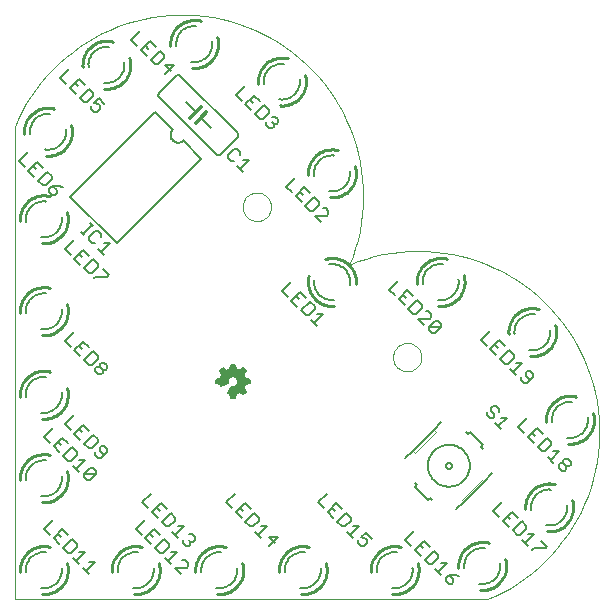
<source format=gto>
G75*
G70*
%OFA0B0*%
%FSLAX24Y24*%
%IPPOS*%
%LPD*%
%AMOC8*
5,1,8,0,0,1.08239X$1,22.5*
%
%ADD10C,0.0000*%
%ADD11C,0.0060*%
%ADD12C,0.0100*%
%ADD13C,0.0080*%
%ADD14C,0.0020*%
%ADD15C,0.0120*%
D10*
X009756Y010038D02*
X009756Y025786D01*
X009873Y026053D01*
X010003Y026314D01*
X010146Y026569D01*
X010300Y026816D01*
X010467Y027055D01*
X010645Y027287D01*
X010833Y027509D01*
X011033Y027722D01*
X011242Y027925D01*
X011461Y028117D01*
X011689Y028299D01*
X011925Y028470D01*
X012170Y028629D01*
X012422Y028776D01*
X012680Y028911D01*
X012945Y029033D01*
X013216Y029142D01*
X013491Y029238D01*
X013771Y029320D01*
X014054Y029389D01*
X014340Y029444D01*
X014629Y029485D01*
X014919Y029513D01*
X015211Y029526D01*
X015502Y029525D01*
X015794Y029510D01*
X016084Y029481D01*
X016372Y029438D01*
X016658Y029381D01*
X016941Y029310D01*
X017220Y029226D01*
X017495Y029128D01*
X017765Y029017D01*
X018029Y028893D01*
X018286Y028757D01*
X018537Y028608D01*
X018781Y028448D01*
X019016Y028276D01*
X019243Y028092D01*
X019461Y027898D01*
X019669Y027694D01*
X019866Y027480D01*
X020054Y027256D01*
X020230Y027024D01*
X020395Y026783D01*
X020548Y026535D01*
X020689Y026280D01*
X020817Y026018D01*
X020933Y025750D01*
X021035Y025477D01*
X021125Y025200D01*
X021200Y024918D01*
X021262Y024633D01*
X021310Y024345D01*
X021345Y024056D01*
X021365Y023765D01*
X021371Y023473D01*
X021363Y023182D01*
X021341Y022891D01*
X021305Y022602D01*
X021255Y022314D01*
X021191Y022030D01*
X021113Y021749D01*
X021022Y021472D01*
X020918Y021199D01*
X022368Y018112D02*
X022370Y018155D01*
X022376Y018197D01*
X022386Y018239D01*
X022399Y018280D01*
X022416Y018320D01*
X022437Y018357D01*
X022461Y018393D01*
X022488Y018426D01*
X022518Y018457D01*
X022551Y018485D01*
X022586Y018510D01*
X022623Y018531D01*
X022662Y018549D01*
X022702Y018563D01*
X022744Y018574D01*
X022786Y018581D01*
X022829Y018584D01*
X022872Y018583D01*
X022915Y018578D01*
X022957Y018569D01*
X022998Y018557D01*
X023038Y018541D01*
X023076Y018521D01*
X023112Y018498D01*
X023146Y018471D01*
X023178Y018442D01*
X023206Y018410D01*
X023232Y018375D01*
X023254Y018339D01*
X023273Y018300D01*
X023288Y018260D01*
X023300Y018219D01*
X023308Y018176D01*
X023312Y018133D01*
X023312Y018091D01*
X023308Y018048D01*
X023300Y018005D01*
X023288Y017964D01*
X023273Y017924D01*
X023254Y017885D01*
X023232Y017849D01*
X023206Y017814D01*
X023178Y017782D01*
X023146Y017753D01*
X023112Y017726D01*
X023076Y017703D01*
X023038Y017683D01*
X022998Y017667D01*
X022957Y017655D01*
X022915Y017646D01*
X022872Y017641D01*
X022829Y017640D01*
X022786Y017643D01*
X022744Y017650D01*
X022702Y017661D01*
X022662Y017675D01*
X022623Y017693D01*
X022586Y017714D01*
X022551Y017739D01*
X022518Y017767D01*
X022488Y017798D01*
X022461Y017831D01*
X022437Y017867D01*
X022416Y017904D01*
X022399Y017944D01*
X022386Y017985D01*
X022376Y018027D01*
X022370Y018069D01*
X022368Y018112D01*
X020918Y021200D02*
X021190Y021304D01*
X021467Y021395D01*
X021748Y021473D01*
X022033Y021537D01*
X022320Y021587D01*
X022609Y021623D01*
X022900Y021645D01*
X023191Y021653D01*
X023483Y021647D01*
X023774Y021627D01*
X024063Y021592D01*
X024351Y021544D01*
X024636Y021482D01*
X024918Y021407D01*
X025195Y021317D01*
X025468Y021215D01*
X025736Y021099D01*
X025998Y020971D01*
X026253Y020830D01*
X026501Y020677D01*
X026742Y020512D01*
X026974Y020336D01*
X027198Y020148D01*
X027412Y019951D01*
X027616Y019743D01*
X027810Y019525D01*
X027994Y019298D01*
X028166Y019063D01*
X028326Y018819D01*
X028475Y018568D01*
X028611Y018311D01*
X028735Y018047D01*
X028846Y017777D01*
X028944Y017502D01*
X029028Y017223D01*
X029099Y016940D01*
X029156Y016654D01*
X029199Y016366D01*
X029228Y016076D01*
X029243Y015784D01*
X029244Y015493D01*
X029231Y015201D01*
X029203Y014911D01*
X029162Y014622D01*
X029107Y014336D01*
X029038Y014053D01*
X028956Y013773D01*
X028860Y013498D01*
X028751Y013227D01*
X028629Y012962D01*
X028494Y012704D01*
X028347Y012452D01*
X028188Y012207D01*
X028017Y011971D01*
X027835Y011743D01*
X027643Y011524D01*
X027440Y011315D01*
X027227Y011115D01*
X027005Y010927D01*
X026773Y010749D01*
X026534Y010582D01*
X026287Y010428D01*
X026032Y010285D01*
X025771Y010155D01*
X025504Y010038D01*
X009756Y010038D01*
X017357Y023123D02*
X017359Y023166D01*
X017365Y023208D01*
X017375Y023250D01*
X017388Y023291D01*
X017405Y023331D01*
X017426Y023368D01*
X017450Y023404D01*
X017477Y023437D01*
X017507Y023468D01*
X017540Y023496D01*
X017575Y023521D01*
X017612Y023542D01*
X017651Y023560D01*
X017691Y023574D01*
X017733Y023585D01*
X017775Y023592D01*
X017818Y023595D01*
X017861Y023594D01*
X017904Y023589D01*
X017946Y023580D01*
X017987Y023568D01*
X018027Y023552D01*
X018065Y023532D01*
X018101Y023509D01*
X018135Y023482D01*
X018167Y023453D01*
X018195Y023421D01*
X018221Y023386D01*
X018243Y023350D01*
X018262Y023311D01*
X018277Y023271D01*
X018289Y023230D01*
X018297Y023187D01*
X018301Y023144D01*
X018301Y023102D01*
X018297Y023059D01*
X018289Y023016D01*
X018277Y022975D01*
X018262Y022935D01*
X018243Y022896D01*
X018221Y022860D01*
X018195Y022825D01*
X018167Y022793D01*
X018135Y022764D01*
X018101Y022737D01*
X018065Y022714D01*
X018027Y022694D01*
X017987Y022678D01*
X017946Y022666D01*
X017904Y022657D01*
X017861Y022652D01*
X017818Y022651D01*
X017775Y022654D01*
X017733Y022661D01*
X017691Y022672D01*
X017651Y022686D01*
X017612Y022704D01*
X017575Y022725D01*
X017540Y022750D01*
X017507Y022778D01*
X017477Y022809D01*
X017450Y022842D01*
X017426Y022878D01*
X017405Y022915D01*
X017388Y022955D01*
X017375Y022996D01*
X017365Y023038D01*
X017359Y023080D01*
X017357Y023123D01*
D11*
X016623Y024877D02*
X017189Y025442D01*
X017200Y025456D01*
X017209Y025471D01*
X017215Y025487D01*
X017218Y025504D01*
X017218Y025522D01*
X017215Y025539D01*
X017209Y025555D01*
X017200Y025570D01*
X017189Y025584D01*
X015280Y027493D01*
X015266Y027504D01*
X015251Y027513D01*
X015235Y027519D01*
X015218Y027522D01*
X015200Y027522D01*
X015183Y027519D01*
X015167Y027513D01*
X015152Y027504D01*
X015138Y027493D01*
X014573Y026927D01*
X014572Y026928D02*
X014561Y026914D01*
X014552Y026899D01*
X014546Y026883D01*
X014543Y026866D01*
X014543Y026848D01*
X014546Y026831D01*
X014552Y026815D01*
X014561Y026800D01*
X014572Y026786D01*
X014573Y026786D02*
X016482Y024877D01*
X016481Y024876D02*
X016495Y024865D01*
X016510Y024856D01*
X016526Y024850D01*
X016543Y024847D01*
X016561Y024847D01*
X016578Y024850D01*
X016594Y024856D01*
X016609Y024865D01*
X016623Y024876D01*
X015985Y024733D02*
X015384Y025334D01*
X015360Y025313D01*
X015334Y025296D01*
X015306Y025282D01*
X015277Y025271D01*
X015246Y025264D01*
X015215Y025261D01*
X015183Y025262D01*
X015152Y025267D01*
X015122Y025276D01*
X015093Y025288D01*
X015066Y025304D01*
X015042Y025323D01*
X015019Y025346D01*
X015000Y025370D01*
X014984Y025397D01*
X014972Y025426D01*
X014963Y025456D01*
X014958Y025487D01*
X014957Y025519D01*
X014960Y025550D01*
X014967Y025581D01*
X014978Y025610D01*
X014992Y025638D01*
X015009Y025664D01*
X015030Y025688D01*
X014429Y026289D01*
X011601Y023461D01*
X013156Y021905D01*
X015985Y024733D01*
X016305Y025761D02*
X015966Y026100D01*
X015789Y026277D02*
X015456Y026609D01*
X015147Y028477D02*
X015143Y028522D01*
X015142Y028567D01*
X015145Y028613D01*
X015152Y028658D01*
X015161Y028702D01*
X015174Y028746D01*
X015191Y028788D01*
X015210Y028829D01*
X015233Y028869D01*
X015259Y028906D01*
X015287Y028942D01*
X015318Y028975D01*
X015317Y028975D02*
X015350Y029006D01*
X015386Y029034D01*
X015423Y029060D01*
X015463Y029083D01*
X015504Y029102D01*
X015546Y029119D01*
X015590Y029132D01*
X015634Y029141D01*
X015679Y029148D01*
X015725Y029151D01*
X015770Y029150D01*
X015815Y029146D01*
X016166Y028127D02*
X016131Y028094D01*
X016094Y028065D01*
X016054Y028039D01*
X016013Y028016D01*
X015970Y027996D01*
X015925Y027980D01*
X015879Y027967D01*
X015833Y027958D01*
X015785Y027953D01*
X015738Y027951D01*
X015690Y027953D01*
X015643Y027959D01*
X016166Y028127D02*
X016198Y028161D01*
X016227Y028197D01*
X016252Y028236D01*
X016275Y028276D01*
X016295Y028318D01*
X016311Y028361D01*
X016324Y028406D01*
X016334Y028451D01*
X016340Y028497D01*
X016342Y028543D01*
X016341Y028590D01*
X016336Y028636D01*
X018241Y027723D02*
X018274Y027754D01*
X018310Y027782D01*
X018347Y027808D01*
X018387Y027831D01*
X018428Y027850D01*
X018470Y027867D01*
X018514Y027880D01*
X018558Y027889D01*
X018603Y027896D01*
X018649Y027899D01*
X018694Y027898D01*
X018739Y027894D01*
X019089Y026875D02*
X019054Y026842D01*
X019017Y026813D01*
X018977Y026787D01*
X018936Y026764D01*
X018893Y026744D01*
X018848Y026728D01*
X018802Y026715D01*
X018756Y026706D01*
X018708Y026701D01*
X018661Y026699D01*
X018613Y026701D01*
X018566Y026707D01*
X018070Y027224D02*
X018066Y027269D01*
X018065Y027314D01*
X018068Y027360D01*
X018075Y027405D01*
X018084Y027449D01*
X018097Y027493D01*
X018114Y027535D01*
X018133Y027576D01*
X018156Y027616D01*
X018182Y027653D01*
X018210Y027689D01*
X018241Y027722D01*
X019259Y027383D02*
X019264Y027337D01*
X019265Y027290D01*
X019263Y027244D01*
X019257Y027198D01*
X019247Y027153D01*
X019234Y027108D01*
X019218Y027065D01*
X019198Y027023D01*
X019175Y026983D01*
X019150Y026944D01*
X019121Y026908D01*
X019089Y026874D01*
X019911Y024660D02*
X019944Y024691D01*
X019980Y024719D01*
X020017Y024745D01*
X020057Y024768D01*
X020098Y024787D01*
X020140Y024804D01*
X020184Y024817D01*
X020228Y024826D01*
X020273Y024833D01*
X020319Y024836D01*
X020364Y024835D01*
X020409Y024831D01*
X020759Y023812D02*
X020724Y023779D01*
X020687Y023750D01*
X020647Y023724D01*
X020606Y023701D01*
X020563Y023681D01*
X020518Y023665D01*
X020472Y023652D01*
X020426Y023643D01*
X020378Y023638D01*
X020331Y023636D01*
X020283Y023638D01*
X020236Y023644D01*
X019740Y024162D02*
X019736Y024207D01*
X019735Y024252D01*
X019738Y024298D01*
X019745Y024343D01*
X019754Y024387D01*
X019767Y024431D01*
X019784Y024473D01*
X019803Y024514D01*
X019826Y024554D01*
X019852Y024591D01*
X019880Y024627D01*
X019911Y024660D01*
X020929Y024321D02*
X020934Y024275D01*
X020935Y024228D01*
X020933Y024182D01*
X020927Y024136D01*
X020917Y024091D01*
X020904Y024046D01*
X020888Y024003D01*
X020868Y023961D01*
X020845Y023921D01*
X020820Y023882D01*
X020791Y023846D01*
X020759Y023812D01*
X019740Y020691D02*
X019736Y020646D01*
X019735Y020601D01*
X019738Y020555D01*
X019745Y020510D01*
X019754Y020466D01*
X019767Y020422D01*
X019784Y020380D01*
X019803Y020339D01*
X019826Y020299D01*
X019852Y020262D01*
X019880Y020226D01*
X019911Y020193D01*
X019944Y020162D01*
X019980Y020134D01*
X020017Y020108D01*
X020057Y020085D01*
X020098Y020066D01*
X020140Y020049D01*
X020184Y020036D01*
X020228Y020027D01*
X020273Y020020D01*
X020319Y020017D01*
X020364Y020018D01*
X020409Y020022D01*
X020759Y021041D02*
X020725Y021073D01*
X020689Y021102D01*
X020650Y021127D01*
X020610Y021150D01*
X020568Y021170D01*
X020525Y021186D01*
X020480Y021199D01*
X020435Y021209D01*
X020389Y021215D01*
X020343Y021217D01*
X020296Y021216D01*
X020250Y021211D01*
X020759Y021041D02*
X020792Y021006D01*
X020821Y020969D01*
X020847Y020929D01*
X020870Y020888D01*
X020890Y020845D01*
X020906Y020800D01*
X020919Y020754D01*
X020928Y020708D01*
X020933Y020660D01*
X020935Y020613D01*
X020933Y020565D01*
X020927Y020518D01*
X023530Y021041D02*
X023563Y021072D01*
X023599Y021100D01*
X023636Y021126D01*
X023676Y021149D01*
X023717Y021168D01*
X023759Y021185D01*
X023803Y021198D01*
X023847Y021207D01*
X023892Y021214D01*
X023938Y021217D01*
X023983Y021216D01*
X024028Y021212D01*
X024378Y020193D02*
X024343Y020160D01*
X024306Y020131D01*
X024266Y020105D01*
X024225Y020082D01*
X024182Y020062D01*
X024137Y020046D01*
X024091Y020033D01*
X024045Y020024D01*
X023997Y020019D01*
X023950Y020017D01*
X023902Y020019D01*
X023855Y020025D01*
X023359Y020543D02*
X023355Y020588D01*
X023354Y020633D01*
X023357Y020679D01*
X023364Y020724D01*
X023373Y020768D01*
X023386Y020812D01*
X023403Y020854D01*
X023422Y020895D01*
X023445Y020935D01*
X023471Y020972D01*
X023499Y021008D01*
X023530Y021041D01*
X024548Y020702D02*
X024553Y020656D01*
X024554Y020609D01*
X024552Y020563D01*
X024546Y020517D01*
X024536Y020472D01*
X024523Y020427D01*
X024507Y020384D01*
X024487Y020342D01*
X024464Y020302D01*
X024439Y020263D01*
X024410Y020227D01*
X024378Y020193D01*
X026592Y019371D02*
X026625Y019402D01*
X026661Y019430D01*
X026698Y019456D01*
X026738Y019479D01*
X026779Y019498D01*
X026821Y019515D01*
X026865Y019528D01*
X026909Y019537D01*
X026954Y019544D01*
X027000Y019547D01*
X027045Y019546D01*
X027090Y019542D01*
X027440Y018523D02*
X027405Y018490D01*
X027368Y018461D01*
X027328Y018435D01*
X027287Y018412D01*
X027244Y018392D01*
X027199Y018376D01*
X027153Y018363D01*
X027107Y018354D01*
X027059Y018349D01*
X027012Y018347D01*
X026964Y018349D01*
X026917Y018355D01*
X026421Y018873D02*
X026417Y018918D01*
X026416Y018963D01*
X026419Y019009D01*
X026426Y019054D01*
X026435Y019098D01*
X026448Y019142D01*
X026465Y019184D01*
X026484Y019225D01*
X026507Y019265D01*
X026533Y019302D01*
X026561Y019338D01*
X026592Y019371D01*
X027610Y019032D02*
X027615Y018986D01*
X027616Y018939D01*
X027614Y018893D01*
X027608Y018847D01*
X027598Y018802D01*
X027585Y018757D01*
X027569Y018714D01*
X027549Y018672D01*
X027526Y018632D01*
X027501Y018593D01*
X027472Y018557D01*
X027440Y018523D01*
X028343Y016619D02*
X028298Y016623D01*
X028253Y016624D01*
X028207Y016621D01*
X028162Y016614D01*
X028118Y016605D01*
X028074Y016592D01*
X028032Y016575D01*
X027991Y016556D01*
X027951Y016533D01*
X027914Y016507D01*
X027878Y016479D01*
X027845Y016448D01*
X027814Y016415D01*
X027786Y016379D01*
X027760Y016342D01*
X027737Y016302D01*
X027718Y016261D01*
X027701Y016219D01*
X027688Y016175D01*
X027679Y016131D01*
X027672Y016086D01*
X027669Y016040D01*
X027670Y015995D01*
X027674Y015950D01*
X028693Y015600D02*
X028725Y015634D01*
X028754Y015670D01*
X028779Y015709D01*
X028802Y015749D01*
X028822Y015791D01*
X028838Y015834D01*
X028851Y015879D01*
X028861Y015924D01*
X028867Y015970D01*
X028869Y016016D01*
X028868Y016063D01*
X028863Y016109D01*
X028693Y015600D02*
X028658Y015567D01*
X028621Y015538D01*
X028581Y015512D01*
X028540Y015489D01*
X028497Y015469D01*
X028452Y015453D01*
X028406Y015440D01*
X028360Y015431D01*
X028312Y015426D01*
X028265Y015424D01*
X028217Y015426D01*
X028170Y015432D01*
X027647Y013696D02*
X027602Y013700D01*
X027557Y013701D01*
X027511Y013698D01*
X027466Y013691D01*
X027422Y013682D01*
X027378Y013669D01*
X027336Y013652D01*
X027295Y013633D01*
X027255Y013610D01*
X027218Y013584D01*
X027182Y013556D01*
X027149Y013525D01*
X027474Y012509D02*
X027521Y012503D01*
X027569Y012501D01*
X027616Y012503D01*
X027664Y012508D01*
X027710Y012517D01*
X027756Y012530D01*
X027801Y012546D01*
X027844Y012566D01*
X027885Y012589D01*
X027925Y012615D01*
X027962Y012644D01*
X027997Y012677D01*
X026978Y013027D02*
X026974Y013072D01*
X026973Y013117D01*
X026976Y013163D01*
X026983Y013208D01*
X026992Y013252D01*
X027005Y013296D01*
X027022Y013338D01*
X027041Y013379D01*
X027064Y013419D01*
X027090Y013456D01*
X027118Y013492D01*
X027149Y013525D01*
X028167Y013186D02*
X028172Y013140D01*
X028173Y013093D01*
X028171Y013047D01*
X028165Y013001D01*
X028155Y012956D01*
X028142Y012911D01*
X028126Y012868D01*
X028106Y012826D01*
X028083Y012786D01*
X028058Y012747D01*
X028029Y012711D01*
X027997Y012677D01*
X025682Y014245D02*
X025399Y013962D01*
X024727Y013291D01*
X024480Y013043D01*
X023667Y013361D02*
X023596Y013432D01*
X023525Y013361D01*
X023101Y013786D01*
X023172Y013856D01*
X023101Y013927D01*
X022783Y014740D02*
X023030Y014988D01*
X023737Y015695D01*
X023985Y015942D01*
X024798Y015624D02*
X024869Y015553D01*
X024939Y015624D01*
X025364Y015200D01*
X025293Y015129D01*
X025364Y015058D01*
X024132Y014493D02*
X024134Y014513D01*
X024140Y014531D01*
X024149Y014549D01*
X024161Y014564D01*
X024176Y014576D01*
X024194Y014585D01*
X024212Y014591D01*
X024232Y014593D01*
X024252Y014591D01*
X024270Y014585D01*
X024288Y014576D01*
X024303Y014564D01*
X024315Y014549D01*
X024324Y014531D01*
X024330Y014513D01*
X024332Y014493D01*
X024330Y014473D01*
X024324Y014455D01*
X024315Y014437D01*
X024303Y014422D01*
X024288Y014410D01*
X024270Y014401D01*
X024252Y014395D01*
X024232Y014393D01*
X024212Y014395D01*
X024194Y014401D01*
X024176Y014410D01*
X024161Y014422D01*
X024149Y014437D01*
X024140Y014455D01*
X024134Y014473D01*
X024132Y014493D01*
X023532Y014493D02*
X023534Y014545D01*
X023540Y014597D01*
X023550Y014649D01*
X023563Y014699D01*
X023580Y014749D01*
X023601Y014797D01*
X023626Y014843D01*
X023654Y014887D01*
X023685Y014929D01*
X023719Y014969D01*
X023756Y015006D01*
X023796Y015040D01*
X023838Y015071D01*
X023882Y015099D01*
X023928Y015124D01*
X023976Y015145D01*
X024026Y015162D01*
X024076Y015175D01*
X024128Y015185D01*
X024180Y015191D01*
X024232Y015193D01*
X024284Y015191D01*
X024336Y015185D01*
X024388Y015175D01*
X024438Y015162D01*
X024488Y015145D01*
X024536Y015124D01*
X024582Y015099D01*
X024626Y015071D01*
X024668Y015040D01*
X024708Y015006D01*
X024745Y014969D01*
X024779Y014929D01*
X024810Y014887D01*
X024838Y014843D01*
X024863Y014797D01*
X024884Y014749D01*
X024901Y014699D01*
X024914Y014649D01*
X024924Y014597D01*
X024930Y014545D01*
X024932Y014493D01*
X024930Y014441D01*
X024924Y014389D01*
X024914Y014337D01*
X024901Y014287D01*
X024884Y014237D01*
X024863Y014189D01*
X024838Y014143D01*
X024810Y014099D01*
X024779Y014057D01*
X024745Y014017D01*
X024708Y013980D01*
X024668Y013946D01*
X024626Y013915D01*
X024582Y013887D01*
X024536Y013862D01*
X024488Y013841D01*
X024438Y013824D01*
X024388Y013811D01*
X024336Y013801D01*
X024284Y013795D01*
X024232Y013793D01*
X024180Y013795D01*
X024128Y013801D01*
X024076Y013811D01*
X024026Y013824D01*
X023976Y013841D01*
X023928Y013862D01*
X023882Y013887D01*
X023838Y013915D01*
X023796Y013946D01*
X023756Y013980D01*
X023719Y014017D01*
X023685Y014057D01*
X023654Y014099D01*
X023626Y014143D01*
X023601Y014189D01*
X023580Y014237D01*
X023563Y014287D01*
X023550Y014337D01*
X023540Y014389D01*
X023534Y014441D01*
X023532Y014493D01*
X024922Y011576D02*
X024955Y011607D01*
X024991Y011635D01*
X025028Y011661D01*
X025068Y011684D01*
X025109Y011703D01*
X025151Y011720D01*
X025195Y011733D01*
X025239Y011742D01*
X025284Y011749D01*
X025330Y011752D01*
X025375Y011751D01*
X025420Y011747D01*
X025770Y010728D02*
X025735Y010695D01*
X025698Y010666D01*
X025658Y010640D01*
X025617Y010617D01*
X025574Y010597D01*
X025529Y010581D01*
X025483Y010568D01*
X025437Y010559D01*
X025389Y010554D01*
X025342Y010552D01*
X025294Y010554D01*
X025247Y010560D01*
X024751Y011078D02*
X024747Y011123D01*
X024746Y011168D01*
X024749Y011214D01*
X024756Y011259D01*
X024765Y011303D01*
X024778Y011347D01*
X024795Y011389D01*
X024814Y011430D01*
X024837Y011470D01*
X024863Y011507D01*
X024891Y011543D01*
X024922Y011576D01*
X025940Y011237D02*
X025945Y011191D01*
X025946Y011144D01*
X025944Y011098D01*
X025938Y011052D01*
X025928Y011007D01*
X025915Y010962D01*
X025899Y010919D01*
X025879Y010877D01*
X025856Y010837D01*
X025831Y010798D01*
X025802Y010762D01*
X025770Y010728D01*
X021999Y011437D02*
X021968Y011404D01*
X021940Y011368D01*
X021914Y011331D01*
X021891Y011291D01*
X021872Y011250D01*
X021855Y011208D01*
X021842Y011164D01*
X021833Y011120D01*
X021826Y011075D01*
X021823Y011029D01*
X021824Y010984D01*
X021828Y010939D01*
X021999Y011437D02*
X022032Y011468D01*
X022068Y011496D01*
X022105Y011522D01*
X022145Y011545D01*
X022186Y011564D01*
X022228Y011581D01*
X022272Y011594D01*
X022316Y011603D01*
X022361Y011610D01*
X022407Y011613D01*
X022452Y011612D01*
X022497Y011608D01*
X022847Y010589D02*
X022812Y010556D01*
X022775Y010527D01*
X022735Y010501D01*
X022694Y010478D01*
X022651Y010458D01*
X022606Y010442D01*
X022560Y010429D01*
X022514Y010420D01*
X022466Y010415D01*
X022419Y010413D01*
X022371Y010415D01*
X022324Y010421D01*
X022847Y010589D02*
X022879Y010623D01*
X022908Y010659D01*
X022933Y010698D01*
X022956Y010738D01*
X022976Y010780D01*
X022992Y010823D01*
X023005Y010868D01*
X023015Y010913D01*
X023021Y010959D01*
X023023Y011005D01*
X023022Y011052D01*
X023017Y011098D01*
X018937Y011437D02*
X018906Y011404D01*
X018878Y011368D01*
X018852Y011331D01*
X018829Y011291D01*
X018810Y011250D01*
X018793Y011208D01*
X018780Y011164D01*
X018771Y011120D01*
X018764Y011075D01*
X018761Y011029D01*
X018762Y010984D01*
X018766Y010939D01*
X018937Y011437D02*
X018970Y011468D01*
X019006Y011496D01*
X019043Y011522D01*
X019083Y011545D01*
X019124Y011564D01*
X019166Y011581D01*
X019210Y011594D01*
X019254Y011603D01*
X019299Y011610D01*
X019345Y011613D01*
X019390Y011612D01*
X019435Y011608D01*
X019785Y010589D02*
X019750Y010556D01*
X019713Y010527D01*
X019673Y010501D01*
X019632Y010478D01*
X019589Y010458D01*
X019544Y010442D01*
X019498Y010429D01*
X019452Y010420D01*
X019404Y010415D01*
X019357Y010413D01*
X019309Y010415D01*
X019262Y010421D01*
X019785Y010589D02*
X019817Y010623D01*
X019846Y010659D01*
X019871Y010698D01*
X019894Y010738D01*
X019914Y010780D01*
X019930Y010823D01*
X019943Y010868D01*
X019953Y010913D01*
X019959Y010959D01*
X019961Y011005D01*
X019960Y011052D01*
X019955Y011098D01*
X016153Y011437D02*
X016122Y011404D01*
X016094Y011368D01*
X016068Y011331D01*
X016045Y011291D01*
X016026Y011250D01*
X016009Y011208D01*
X015996Y011164D01*
X015987Y011120D01*
X015980Y011075D01*
X015977Y011029D01*
X015978Y010984D01*
X015982Y010939D01*
X016153Y011437D02*
X016186Y011468D01*
X016222Y011496D01*
X016259Y011522D01*
X016299Y011545D01*
X016340Y011564D01*
X016382Y011581D01*
X016426Y011594D01*
X016470Y011603D01*
X016515Y011610D01*
X016561Y011613D01*
X016606Y011612D01*
X016651Y011608D01*
X017001Y010589D02*
X016966Y010556D01*
X016929Y010527D01*
X016889Y010501D01*
X016848Y010478D01*
X016805Y010458D01*
X016760Y010442D01*
X016714Y010429D01*
X016668Y010420D01*
X016620Y010415D01*
X016573Y010413D01*
X016525Y010415D01*
X016478Y010421D01*
X017001Y010589D02*
X017033Y010623D01*
X017062Y010659D01*
X017087Y010698D01*
X017110Y010738D01*
X017130Y010780D01*
X017146Y010823D01*
X017159Y010868D01*
X017169Y010913D01*
X017175Y010959D01*
X017177Y011005D01*
X017176Y011052D01*
X017171Y011098D01*
X013369Y011437D02*
X013338Y011404D01*
X013310Y011368D01*
X013284Y011331D01*
X013261Y011291D01*
X013242Y011250D01*
X013225Y011208D01*
X013212Y011164D01*
X013203Y011120D01*
X013196Y011075D01*
X013193Y011029D01*
X013194Y010984D01*
X013198Y010939D01*
X013369Y011437D02*
X013402Y011468D01*
X013438Y011496D01*
X013475Y011522D01*
X013515Y011545D01*
X013556Y011564D01*
X013598Y011581D01*
X013642Y011594D01*
X013686Y011603D01*
X013731Y011610D01*
X013777Y011613D01*
X013822Y011612D01*
X013867Y011608D01*
X014217Y010589D02*
X014182Y010556D01*
X014145Y010527D01*
X014105Y010501D01*
X014064Y010478D01*
X014021Y010458D01*
X013976Y010442D01*
X013930Y010429D01*
X013884Y010420D01*
X013836Y010415D01*
X013789Y010413D01*
X013741Y010415D01*
X013694Y010421D01*
X014217Y010589D02*
X014249Y010623D01*
X014278Y010659D01*
X014303Y010698D01*
X014326Y010738D01*
X014346Y010780D01*
X014362Y010823D01*
X014375Y010868D01*
X014385Y010913D01*
X014391Y010959D01*
X014393Y011005D01*
X014392Y011052D01*
X014387Y011098D01*
X010307Y011437D02*
X010276Y011404D01*
X010248Y011368D01*
X010222Y011331D01*
X010199Y011291D01*
X010180Y011250D01*
X010163Y011208D01*
X010150Y011164D01*
X010141Y011120D01*
X010134Y011075D01*
X010131Y011029D01*
X010132Y010984D01*
X010136Y010939D01*
X010307Y011437D02*
X010340Y011468D01*
X010376Y011496D01*
X010413Y011522D01*
X010453Y011545D01*
X010494Y011564D01*
X010536Y011581D01*
X010580Y011594D01*
X010624Y011603D01*
X010669Y011610D01*
X010715Y011613D01*
X010760Y011612D01*
X010805Y011608D01*
X011155Y010589D02*
X011120Y010556D01*
X011083Y010527D01*
X011043Y010501D01*
X011002Y010478D01*
X010959Y010458D01*
X010914Y010442D01*
X010868Y010429D01*
X010822Y010420D01*
X010774Y010415D01*
X010727Y010413D01*
X010679Y010415D01*
X010632Y010421D01*
X011155Y010589D02*
X011187Y010623D01*
X011216Y010659D01*
X011241Y010698D01*
X011264Y010738D01*
X011284Y010780D01*
X011300Y010823D01*
X011313Y010868D01*
X011323Y010913D01*
X011329Y010959D01*
X011331Y011005D01*
X011330Y011052D01*
X011325Y011098D01*
X010136Y014001D02*
X010132Y014046D01*
X010131Y014091D01*
X010134Y014137D01*
X010141Y014182D01*
X010150Y014226D01*
X010163Y014270D01*
X010180Y014312D01*
X010199Y014353D01*
X010222Y014393D01*
X010248Y014430D01*
X010276Y014466D01*
X010307Y014499D01*
X010340Y014530D01*
X010376Y014558D01*
X010413Y014584D01*
X010453Y014607D01*
X010494Y014626D01*
X010536Y014643D01*
X010580Y014656D01*
X010624Y014665D01*
X010669Y014672D01*
X010715Y014675D01*
X010760Y014674D01*
X010805Y014670D01*
X011155Y013651D02*
X011120Y013618D01*
X011083Y013589D01*
X011043Y013563D01*
X011002Y013540D01*
X010959Y013520D01*
X010914Y013504D01*
X010868Y013491D01*
X010822Y013482D01*
X010774Y013477D01*
X010727Y013475D01*
X010679Y013477D01*
X010632Y013483D01*
X011155Y013651D02*
X011187Y013685D01*
X011216Y013721D01*
X011241Y013760D01*
X011264Y013800D01*
X011284Y013842D01*
X011300Y013885D01*
X011313Y013930D01*
X011323Y013975D01*
X011329Y014021D01*
X011331Y014067D01*
X011330Y014114D01*
X011325Y014160D01*
X010136Y016785D02*
X010132Y016830D01*
X010131Y016875D01*
X010134Y016921D01*
X010141Y016966D01*
X010150Y017010D01*
X010163Y017054D01*
X010180Y017096D01*
X010199Y017137D01*
X010222Y017177D01*
X010248Y017214D01*
X010276Y017250D01*
X010307Y017283D01*
X010340Y017314D01*
X010376Y017342D01*
X010413Y017368D01*
X010453Y017391D01*
X010494Y017410D01*
X010536Y017427D01*
X010580Y017440D01*
X010624Y017449D01*
X010669Y017456D01*
X010715Y017459D01*
X010760Y017458D01*
X010805Y017454D01*
X011155Y016435D02*
X011120Y016402D01*
X011083Y016373D01*
X011043Y016347D01*
X011002Y016324D01*
X010959Y016304D01*
X010914Y016288D01*
X010868Y016275D01*
X010822Y016266D01*
X010774Y016261D01*
X010727Y016259D01*
X010679Y016261D01*
X010632Y016267D01*
X011155Y016435D02*
X011187Y016469D01*
X011216Y016505D01*
X011241Y016544D01*
X011264Y016584D01*
X011284Y016626D01*
X011300Y016669D01*
X011313Y016714D01*
X011323Y016759D01*
X011329Y016805D01*
X011331Y016851D01*
X011330Y016898D01*
X011325Y016944D01*
X010136Y019569D02*
X010132Y019614D01*
X010131Y019659D01*
X010134Y019705D01*
X010141Y019750D01*
X010150Y019794D01*
X010163Y019838D01*
X010180Y019880D01*
X010199Y019921D01*
X010222Y019961D01*
X010248Y019998D01*
X010276Y020034D01*
X010307Y020067D01*
X010340Y020098D01*
X010376Y020126D01*
X010413Y020152D01*
X010453Y020175D01*
X010494Y020194D01*
X010536Y020211D01*
X010580Y020224D01*
X010624Y020233D01*
X010669Y020240D01*
X010715Y020243D01*
X010760Y020242D01*
X010805Y020238D01*
X011155Y019219D02*
X011120Y019186D01*
X011083Y019157D01*
X011043Y019131D01*
X011002Y019108D01*
X010959Y019088D01*
X010914Y019072D01*
X010868Y019059D01*
X010822Y019050D01*
X010774Y019045D01*
X010727Y019043D01*
X010679Y019045D01*
X010632Y019051D01*
X011155Y019219D02*
X011187Y019253D01*
X011216Y019289D01*
X011241Y019328D01*
X011264Y019368D01*
X011284Y019410D01*
X011300Y019453D01*
X011313Y019498D01*
X011323Y019543D01*
X011329Y019589D01*
X011331Y019635D01*
X011330Y019682D01*
X011325Y019728D01*
X010136Y022631D02*
X010132Y022676D01*
X010131Y022721D01*
X010134Y022767D01*
X010141Y022812D01*
X010150Y022856D01*
X010163Y022900D01*
X010180Y022942D01*
X010199Y022983D01*
X010222Y023023D01*
X010248Y023060D01*
X010276Y023096D01*
X010307Y023129D01*
X010340Y023160D01*
X010376Y023188D01*
X010413Y023214D01*
X010453Y023237D01*
X010494Y023256D01*
X010536Y023273D01*
X010580Y023286D01*
X010624Y023295D01*
X010669Y023302D01*
X010715Y023305D01*
X010760Y023304D01*
X010805Y023300D01*
X011155Y022281D02*
X011120Y022248D01*
X011083Y022219D01*
X011043Y022193D01*
X011002Y022170D01*
X010959Y022150D01*
X010914Y022134D01*
X010868Y022121D01*
X010822Y022112D01*
X010774Y022107D01*
X010727Y022105D01*
X010679Y022107D01*
X010632Y022113D01*
X011155Y022281D02*
X011187Y022315D01*
X011216Y022351D01*
X011241Y022390D01*
X011264Y022430D01*
X011284Y022472D01*
X011300Y022515D01*
X011313Y022560D01*
X011323Y022605D01*
X011329Y022651D01*
X011331Y022697D01*
X011330Y022744D01*
X011325Y022790D01*
X010275Y025554D02*
X010271Y025599D01*
X010270Y025644D01*
X010273Y025690D01*
X010280Y025735D01*
X010289Y025779D01*
X010302Y025823D01*
X010319Y025865D01*
X010338Y025906D01*
X010361Y025946D01*
X010387Y025983D01*
X010415Y026019D01*
X010446Y026052D01*
X010479Y026083D01*
X010515Y026111D01*
X010552Y026137D01*
X010592Y026160D01*
X010633Y026179D01*
X010675Y026196D01*
X010719Y026209D01*
X010763Y026218D01*
X010808Y026225D01*
X010854Y026228D01*
X010899Y026227D01*
X010944Y026223D01*
X011294Y025204D02*
X011259Y025171D01*
X011222Y025142D01*
X011182Y025116D01*
X011141Y025093D01*
X011098Y025073D01*
X011053Y025057D01*
X011007Y025044D01*
X010961Y025035D01*
X010913Y025030D01*
X010866Y025028D01*
X010818Y025030D01*
X010771Y025036D01*
X011294Y025204D02*
X011326Y025238D01*
X011355Y025274D01*
X011380Y025313D01*
X011403Y025353D01*
X011423Y025395D01*
X011439Y025438D01*
X011452Y025483D01*
X011462Y025528D01*
X011468Y025574D01*
X011470Y025620D01*
X011469Y025667D01*
X011464Y025713D01*
X012394Y028279D02*
X012427Y028310D01*
X012463Y028338D01*
X012500Y028364D01*
X012540Y028387D01*
X012581Y028406D01*
X012623Y028423D01*
X012667Y028436D01*
X012711Y028445D01*
X012756Y028452D01*
X012802Y028455D01*
X012847Y028454D01*
X012892Y028450D01*
X013242Y027431D02*
X013207Y027398D01*
X013170Y027369D01*
X013130Y027343D01*
X013089Y027320D01*
X013046Y027300D01*
X013001Y027284D01*
X012955Y027271D01*
X012909Y027262D01*
X012861Y027257D01*
X012814Y027255D01*
X012766Y027257D01*
X012719Y027263D01*
X012223Y027781D02*
X012219Y027826D01*
X012218Y027871D01*
X012221Y027917D01*
X012228Y027962D01*
X012237Y028006D01*
X012250Y028050D01*
X012267Y028092D01*
X012286Y028133D01*
X012309Y028173D01*
X012335Y028210D01*
X012363Y028246D01*
X012394Y028279D01*
X013412Y027940D02*
X013417Y027894D01*
X013418Y027847D01*
X013416Y027801D01*
X013410Y027755D01*
X013400Y027710D01*
X013387Y027665D01*
X013371Y027622D01*
X013351Y027580D01*
X013328Y027540D01*
X013303Y027501D01*
X013274Y027465D01*
X013242Y027431D01*
X016970Y017862D02*
X017097Y017862D01*
X017125Y017706D01*
X017245Y017657D01*
X017380Y017748D01*
X017472Y017657D01*
X017380Y017522D01*
X017429Y017402D01*
X017592Y017367D01*
X017592Y017239D01*
X017436Y017211D01*
X017387Y017091D01*
X017472Y016964D01*
X017380Y016872D01*
X017260Y016949D01*
X017125Y016900D01*
X017097Y016744D01*
X016970Y016744D01*
X016941Y016886D01*
X016878Y016907D01*
X016977Y017133D01*
X016998Y017070D02*
X017210Y017140D01*
X017245Y017317D01*
X017175Y017459D01*
X017033Y017529D01*
X016892Y017459D01*
X016821Y017317D01*
X016821Y017246D01*
X016644Y017211D01*
X016503Y017282D01*
X016503Y017352D01*
X016680Y017388D01*
X016715Y017565D01*
X016644Y017635D01*
X016715Y017706D01*
X016821Y017600D01*
X016963Y017671D01*
X016998Y017847D01*
X017069Y017847D01*
X017104Y017671D01*
X017281Y017635D01*
X017351Y017706D01*
X017422Y017635D01*
X017351Y017494D01*
X017422Y017352D01*
X017564Y017352D01*
X017564Y017282D01*
X017422Y017211D01*
X017351Y017070D01*
X017458Y016964D01*
X017351Y016928D01*
X017210Y016999D01*
X017104Y016893D01*
X017069Y016787D01*
X016998Y016787D01*
X016963Y016893D01*
X016927Y016928D01*
X016998Y017070D01*
X016995Y017064D02*
X017357Y017064D01*
X017378Y017122D02*
X017155Y017122D01*
X017218Y017181D02*
X017407Y017181D01*
X017479Y017239D02*
X017230Y017239D01*
X017241Y017298D02*
X017564Y017298D01*
X017420Y017356D02*
X017226Y017356D01*
X017197Y017415D02*
X017391Y017415D01*
X017362Y017473D02*
X017145Y017473D01*
X017212Y017649D02*
X016919Y017649D01*
X016941Y017706D02*
X016807Y017657D01*
X016687Y017748D01*
X016595Y017657D01*
X016680Y017529D01*
X016623Y017402D01*
X016475Y017367D01*
X016475Y017239D01*
X016616Y017211D01*
X016630Y017155D01*
X016864Y017246D01*
X016821Y017298D02*
X016503Y017298D01*
X016522Y017356D02*
X016841Y017356D01*
X016870Y017415D02*
X016685Y017415D01*
X016697Y017473D02*
X016922Y017473D01*
X016863Y017246D02*
X016857Y017271D01*
X016854Y017297D01*
X016855Y017323D01*
X016860Y017349D01*
X016868Y017373D01*
X016880Y017396D01*
X016895Y017417D01*
X016913Y017436D01*
X016933Y017452D01*
X016956Y017465D01*
X016980Y017474D01*
X017005Y017480D01*
X017031Y017482D01*
X017057Y017480D01*
X017082Y017475D01*
X017107Y017466D01*
X017129Y017454D01*
X017150Y017438D01*
X017168Y017420D01*
X017184Y017399D01*
X017196Y017377D01*
X017205Y017352D01*
X017210Y017327D01*
X017212Y017301D01*
X017210Y017275D01*
X017204Y017250D01*
X017195Y017226D01*
X017182Y017203D01*
X017166Y017183D01*
X017147Y017165D01*
X017126Y017150D01*
X017103Y017138D01*
X017079Y017130D01*
X017053Y017125D01*
X017027Y017124D01*
X017002Y017127D01*
X016976Y017133D01*
X016966Y017005D02*
X017416Y017005D01*
X017406Y016947D02*
X017315Y016947D01*
X017158Y016947D02*
X016936Y016947D01*
X016964Y016888D02*
X017102Y016888D01*
X017083Y016829D02*
X016984Y016829D01*
X016785Y017239D02*
X016588Y017239D01*
X016709Y017532D02*
X017370Y017532D01*
X017400Y017591D02*
X016689Y017591D01*
X016658Y017649D02*
X016772Y017649D01*
X016941Y017706D02*
X016970Y017862D01*
X016993Y017825D02*
X017073Y017825D01*
X017085Y017766D02*
X016982Y017766D01*
X016970Y017708D02*
X017097Y017708D01*
X017294Y017649D02*
X017408Y017649D01*
D12*
X019769Y020051D02*
X019731Y020092D01*
X019696Y020136D01*
X019664Y020182D01*
X019635Y020230D01*
X019609Y020280D01*
X019588Y020332D01*
X019569Y020385D01*
X019555Y020439D01*
X019545Y020494D01*
X019538Y020550D01*
X019535Y020606D01*
X019536Y020662D01*
X019541Y020718D01*
X019550Y020773D01*
X019563Y020827D01*
X019769Y020051D02*
X019808Y020015D01*
X019850Y019981D01*
X019893Y019950D01*
X019939Y019922D01*
X019986Y019897D01*
X020035Y019875D01*
X020085Y019857D01*
X020136Y019842D01*
X020189Y019831D01*
X020241Y019822D01*
X020295Y019818D01*
X020348Y019817D01*
X020401Y019820D01*
X020901Y021183D02*
X020861Y021220D01*
X020819Y021254D01*
X020775Y021285D01*
X020729Y021313D01*
X020681Y021338D01*
X020632Y021360D01*
X020581Y021378D01*
X020529Y021393D01*
X020476Y021404D01*
X020423Y021412D01*
X020369Y021416D01*
X020315Y021417D01*
X020261Y021414D01*
X020207Y021407D01*
X020154Y021396D01*
X020102Y021382D01*
X020901Y021183D02*
X020937Y021143D01*
X020972Y021102D01*
X021003Y021058D01*
X021031Y021012D01*
X021056Y020964D01*
X021078Y020915D01*
X021096Y020864D01*
X021111Y020812D01*
X021122Y020759D01*
X021130Y020706D01*
X021134Y020652D01*
X021135Y020598D01*
X021132Y020545D01*
X024520Y020051D02*
X024557Y020091D01*
X024591Y020133D01*
X024622Y020177D01*
X024650Y020223D01*
X024675Y020271D01*
X024697Y020320D01*
X024715Y020371D01*
X024730Y020423D01*
X024741Y020476D01*
X024749Y020529D01*
X024753Y020583D01*
X024754Y020637D01*
X024751Y020691D01*
X024744Y020745D01*
X024733Y020798D01*
X024719Y020850D01*
X024164Y021389D02*
X024110Y021402D01*
X024055Y021411D01*
X023999Y021416D01*
X023943Y021417D01*
X023887Y021414D01*
X023831Y021407D01*
X023776Y021397D01*
X023722Y021383D01*
X023669Y021364D01*
X023617Y021343D01*
X023567Y021317D01*
X023519Y021288D01*
X023473Y021256D01*
X023429Y021221D01*
X023388Y021183D01*
X023882Y019820D02*
X023935Y019817D01*
X023989Y019818D01*
X024043Y019822D01*
X024096Y019830D01*
X024149Y019841D01*
X024201Y019856D01*
X024252Y019874D01*
X024301Y019896D01*
X024349Y019921D01*
X024395Y019949D01*
X024439Y019980D01*
X024480Y020014D01*
X024520Y020051D01*
X023157Y020551D02*
X023154Y020604D01*
X023155Y020657D01*
X023159Y020711D01*
X023168Y020763D01*
X023179Y020816D01*
X023194Y020867D01*
X023212Y020917D01*
X023234Y020966D01*
X023259Y021013D01*
X023287Y021059D01*
X023318Y021102D01*
X023352Y021144D01*
X023388Y021183D01*
X019538Y024170D02*
X019535Y024223D01*
X019536Y024276D01*
X019540Y024330D01*
X019549Y024382D01*
X019560Y024435D01*
X019575Y024486D01*
X019593Y024536D01*
X019615Y024585D01*
X019640Y024632D01*
X019668Y024678D01*
X019699Y024721D01*
X019733Y024763D01*
X019769Y024802D01*
X019810Y024840D01*
X019854Y024875D01*
X019900Y024907D01*
X019948Y024936D01*
X019998Y024962D01*
X020050Y024983D01*
X020103Y025002D01*
X020157Y025016D01*
X020212Y025026D01*
X020268Y025033D01*
X020324Y025036D01*
X020380Y025035D01*
X020436Y025030D01*
X020491Y025021D01*
X020545Y025008D01*
X020901Y023670D02*
X020861Y023633D01*
X020820Y023599D01*
X020776Y023568D01*
X020730Y023540D01*
X020682Y023515D01*
X020633Y023493D01*
X020582Y023475D01*
X020530Y023460D01*
X020477Y023449D01*
X020424Y023441D01*
X020370Y023437D01*
X020316Y023436D01*
X020263Y023439D01*
X020901Y023670D02*
X020938Y023710D01*
X020972Y023752D01*
X021003Y023796D01*
X021031Y023842D01*
X021056Y023890D01*
X021078Y023939D01*
X021096Y023990D01*
X021111Y024042D01*
X021122Y024095D01*
X021130Y024148D01*
X021134Y024202D01*
X021135Y024256D01*
X021132Y024310D01*
X021125Y024364D01*
X021114Y024417D01*
X021100Y024469D01*
X018875Y028071D02*
X018821Y028084D01*
X018766Y028093D01*
X018710Y028098D01*
X018654Y028099D01*
X018598Y028096D01*
X018542Y028089D01*
X018487Y028079D01*
X018433Y028065D01*
X018380Y028046D01*
X018328Y028025D01*
X018278Y027999D01*
X018230Y027970D01*
X018184Y027938D01*
X018140Y027903D01*
X018099Y027865D01*
X019430Y027531D02*
X019444Y027479D01*
X019455Y027426D01*
X019462Y027372D01*
X019465Y027318D01*
X019464Y027264D01*
X019460Y027210D01*
X019452Y027157D01*
X019441Y027104D01*
X019426Y027052D01*
X019408Y027001D01*
X019386Y026952D01*
X019361Y026904D01*
X019333Y026858D01*
X019302Y026814D01*
X019268Y026772D01*
X019231Y026732D01*
X017868Y027232D02*
X017865Y027285D01*
X017866Y027338D01*
X017870Y027392D01*
X017879Y027444D01*
X017890Y027497D01*
X017905Y027548D01*
X017923Y027598D01*
X017945Y027647D01*
X017970Y027694D01*
X017998Y027740D01*
X018029Y027783D01*
X018063Y027825D01*
X018099Y027864D01*
X018593Y026502D02*
X018646Y026499D01*
X018700Y026500D01*
X018754Y026504D01*
X018807Y026512D01*
X018860Y026523D01*
X018912Y026538D01*
X018963Y026556D01*
X019012Y026578D01*
X019060Y026603D01*
X019106Y026631D01*
X019150Y026662D01*
X019191Y026696D01*
X019231Y026733D01*
X015952Y029323D02*
X015898Y029336D01*
X015843Y029345D01*
X015787Y029350D01*
X015731Y029351D01*
X015675Y029348D01*
X015619Y029341D01*
X015564Y029331D01*
X015510Y029317D01*
X015457Y029298D01*
X015405Y029277D01*
X015355Y029251D01*
X015307Y029222D01*
X015261Y029190D01*
X015217Y029155D01*
X015176Y029117D01*
X016506Y028784D02*
X016520Y028732D01*
X016531Y028679D01*
X016538Y028625D01*
X016541Y028571D01*
X016540Y028517D01*
X016536Y028463D01*
X016528Y028410D01*
X016517Y028357D01*
X016502Y028305D01*
X016484Y028254D01*
X016462Y028205D01*
X016437Y028157D01*
X016409Y028111D01*
X016378Y028067D01*
X016344Y028025D01*
X016307Y027985D01*
X014945Y028485D02*
X014942Y028538D01*
X014943Y028591D01*
X014947Y028645D01*
X014956Y028697D01*
X014967Y028750D01*
X014982Y028801D01*
X015000Y028851D01*
X015022Y028900D01*
X015047Y028947D01*
X015075Y028993D01*
X015106Y029036D01*
X015140Y029078D01*
X015176Y029117D01*
X015670Y027754D02*
X015723Y027751D01*
X015777Y027752D01*
X015831Y027756D01*
X015884Y027764D01*
X015937Y027775D01*
X015989Y027790D01*
X016040Y027808D01*
X016089Y027830D01*
X016137Y027855D01*
X016183Y027883D01*
X016227Y027914D01*
X016268Y027948D01*
X016308Y027985D01*
X013028Y028627D02*
X012974Y028640D01*
X012919Y028649D01*
X012863Y028654D01*
X012807Y028655D01*
X012751Y028652D01*
X012695Y028645D01*
X012640Y028635D01*
X012586Y028621D01*
X012533Y028602D01*
X012481Y028581D01*
X012431Y028555D01*
X012383Y028526D01*
X012337Y028494D01*
X012293Y028459D01*
X012252Y028421D01*
X012216Y028382D01*
X012182Y028340D01*
X012151Y028297D01*
X012123Y028251D01*
X012098Y028204D01*
X012076Y028155D01*
X012058Y028105D01*
X012043Y028054D01*
X012032Y028001D01*
X012023Y027949D01*
X012019Y027895D01*
X012018Y027842D01*
X012021Y027789D01*
X013384Y027289D02*
X013421Y027329D01*
X013455Y027371D01*
X013486Y027415D01*
X013514Y027461D01*
X013539Y027509D01*
X013561Y027558D01*
X013579Y027609D01*
X013594Y027661D01*
X013605Y027714D01*
X013613Y027767D01*
X013617Y027821D01*
X013618Y027875D01*
X013615Y027929D01*
X013608Y027983D01*
X013597Y028036D01*
X013583Y028088D01*
X013384Y027289D02*
X013344Y027252D01*
X013303Y027218D01*
X013259Y027187D01*
X013213Y027159D01*
X013165Y027134D01*
X013116Y027112D01*
X013065Y027094D01*
X013013Y027079D01*
X012960Y027068D01*
X012907Y027060D01*
X012853Y027056D01*
X012799Y027055D01*
X012746Y027058D01*
X011080Y026400D02*
X011026Y026413D01*
X010971Y026422D01*
X010915Y026427D01*
X010859Y026428D01*
X010803Y026425D01*
X010747Y026418D01*
X010692Y026408D01*
X010638Y026394D01*
X010585Y026375D01*
X010533Y026354D01*
X010483Y026328D01*
X010435Y026299D01*
X010389Y026267D01*
X010345Y026232D01*
X010304Y026194D01*
X011635Y025861D02*
X011649Y025809D01*
X011660Y025756D01*
X011667Y025702D01*
X011670Y025648D01*
X011669Y025594D01*
X011665Y025540D01*
X011657Y025487D01*
X011646Y025434D01*
X011631Y025382D01*
X011613Y025331D01*
X011591Y025282D01*
X011566Y025234D01*
X011538Y025188D01*
X011507Y025144D01*
X011473Y025102D01*
X011436Y025062D01*
X010073Y025562D02*
X010070Y025615D01*
X010071Y025668D01*
X010075Y025722D01*
X010084Y025774D01*
X010095Y025827D01*
X010110Y025878D01*
X010128Y025928D01*
X010150Y025977D01*
X010175Y026024D01*
X010203Y026070D01*
X010234Y026113D01*
X010268Y026155D01*
X010304Y026194D01*
X010798Y024831D02*
X010851Y024828D01*
X010905Y024829D01*
X010959Y024833D01*
X011012Y024841D01*
X011065Y024852D01*
X011117Y024867D01*
X011168Y024885D01*
X011217Y024907D01*
X011265Y024932D01*
X011311Y024960D01*
X011355Y024991D01*
X011396Y025025D01*
X011436Y025062D01*
X010941Y023477D02*
X010887Y023490D01*
X010832Y023499D01*
X010776Y023504D01*
X010720Y023505D01*
X010664Y023502D01*
X010608Y023495D01*
X010553Y023485D01*
X010499Y023471D01*
X010446Y023452D01*
X010394Y023431D01*
X010344Y023405D01*
X010296Y023376D01*
X010250Y023344D01*
X010206Y023309D01*
X010165Y023271D01*
X011496Y022938D02*
X011510Y022886D01*
X011521Y022833D01*
X011528Y022779D01*
X011531Y022725D01*
X011530Y022671D01*
X011526Y022617D01*
X011518Y022564D01*
X011507Y022511D01*
X011492Y022459D01*
X011474Y022408D01*
X011452Y022359D01*
X011427Y022311D01*
X011399Y022265D01*
X011368Y022221D01*
X011334Y022179D01*
X011297Y022139D01*
X009934Y022639D02*
X009931Y022692D01*
X009932Y022745D01*
X009936Y022799D01*
X009945Y022851D01*
X009956Y022904D01*
X009971Y022955D01*
X009989Y023005D01*
X010011Y023054D01*
X010036Y023101D01*
X010064Y023147D01*
X010095Y023190D01*
X010129Y023232D01*
X010165Y023271D01*
X010659Y021908D02*
X010712Y021905D01*
X010766Y021906D01*
X010820Y021910D01*
X010873Y021918D01*
X010926Y021929D01*
X010978Y021944D01*
X011029Y021962D01*
X011078Y021984D01*
X011126Y022009D01*
X011172Y022037D01*
X011216Y022068D01*
X011257Y022102D01*
X011297Y022139D01*
X010941Y020415D02*
X010887Y020428D01*
X010832Y020437D01*
X010776Y020442D01*
X010720Y020443D01*
X010664Y020440D01*
X010608Y020433D01*
X010553Y020423D01*
X010499Y020409D01*
X010446Y020390D01*
X010394Y020369D01*
X010344Y020343D01*
X010296Y020314D01*
X010250Y020282D01*
X010206Y020247D01*
X010165Y020209D01*
X010129Y020170D01*
X010095Y020128D01*
X010064Y020085D01*
X010036Y020039D01*
X010011Y019992D01*
X009989Y019943D01*
X009971Y019893D01*
X009956Y019842D01*
X009945Y019789D01*
X009936Y019737D01*
X009932Y019683D01*
X009931Y019630D01*
X009934Y019577D01*
X011297Y019077D02*
X011334Y019117D01*
X011368Y019159D01*
X011399Y019203D01*
X011427Y019249D01*
X011452Y019297D01*
X011474Y019346D01*
X011492Y019397D01*
X011507Y019449D01*
X011518Y019502D01*
X011526Y019555D01*
X011530Y019609D01*
X011531Y019663D01*
X011528Y019717D01*
X011521Y019771D01*
X011510Y019824D01*
X011496Y019876D01*
X011297Y019077D02*
X011257Y019040D01*
X011216Y019006D01*
X011172Y018975D01*
X011126Y018947D01*
X011078Y018922D01*
X011029Y018900D01*
X010978Y018882D01*
X010926Y018867D01*
X010873Y018856D01*
X010820Y018848D01*
X010766Y018844D01*
X010712Y018843D01*
X010659Y018846D01*
X010941Y017631D02*
X010887Y017644D01*
X010832Y017653D01*
X010776Y017658D01*
X010720Y017659D01*
X010664Y017656D01*
X010608Y017649D01*
X010553Y017639D01*
X010499Y017625D01*
X010446Y017606D01*
X010394Y017585D01*
X010344Y017559D01*
X010296Y017530D01*
X010250Y017498D01*
X010206Y017463D01*
X010165Y017425D01*
X011496Y017092D02*
X011510Y017040D01*
X011521Y016987D01*
X011528Y016933D01*
X011531Y016879D01*
X011530Y016825D01*
X011526Y016771D01*
X011518Y016718D01*
X011507Y016665D01*
X011492Y016613D01*
X011474Y016562D01*
X011452Y016513D01*
X011427Y016465D01*
X011399Y016419D01*
X011368Y016375D01*
X011334Y016333D01*
X011297Y016293D01*
X009934Y016793D02*
X009931Y016846D01*
X009932Y016899D01*
X009936Y016953D01*
X009945Y017005D01*
X009956Y017058D01*
X009971Y017109D01*
X009989Y017159D01*
X010011Y017208D01*
X010036Y017255D01*
X010064Y017301D01*
X010095Y017344D01*
X010129Y017386D01*
X010165Y017425D01*
X010659Y016062D02*
X010712Y016059D01*
X010766Y016060D01*
X010820Y016064D01*
X010873Y016072D01*
X010926Y016083D01*
X010978Y016098D01*
X011029Y016116D01*
X011078Y016138D01*
X011126Y016163D01*
X011172Y016191D01*
X011216Y016222D01*
X011257Y016256D01*
X011297Y016293D01*
X010941Y014847D02*
X010887Y014860D01*
X010832Y014869D01*
X010776Y014874D01*
X010720Y014875D01*
X010664Y014872D01*
X010608Y014865D01*
X010553Y014855D01*
X010499Y014841D01*
X010446Y014822D01*
X010394Y014801D01*
X010344Y014775D01*
X010296Y014746D01*
X010250Y014714D01*
X010206Y014679D01*
X010165Y014641D01*
X010129Y014602D01*
X010095Y014560D01*
X010064Y014517D01*
X010036Y014471D01*
X010011Y014424D01*
X009989Y014375D01*
X009971Y014325D01*
X009956Y014274D01*
X009945Y014221D01*
X009936Y014169D01*
X009932Y014115D01*
X009931Y014062D01*
X009934Y014009D01*
X011297Y013509D02*
X011334Y013549D01*
X011368Y013591D01*
X011399Y013635D01*
X011427Y013681D01*
X011452Y013729D01*
X011474Y013778D01*
X011492Y013829D01*
X011507Y013881D01*
X011518Y013934D01*
X011526Y013987D01*
X011530Y014041D01*
X011531Y014095D01*
X011528Y014149D01*
X011521Y014203D01*
X011510Y014256D01*
X011496Y014308D01*
X011297Y013509D02*
X011257Y013472D01*
X011216Y013438D01*
X011172Y013407D01*
X011126Y013379D01*
X011078Y013354D01*
X011029Y013332D01*
X010978Y013314D01*
X010926Y013299D01*
X010873Y013288D01*
X010820Y013280D01*
X010766Y013276D01*
X010712Y013275D01*
X010659Y013278D01*
X010941Y011785D02*
X010887Y011798D01*
X010832Y011807D01*
X010776Y011812D01*
X010720Y011813D01*
X010664Y011810D01*
X010608Y011803D01*
X010553Y011793D01*
X010499Y011779D01*
X010446Y011760D01*
X010394Y011739D01*
X010344Y011713D01*
X010296Y011684D01*
X010250Y011652D01*
X010206Y011617D01*
X010165Y011579D01*
X011496Y011246D02*
X011510Y011194D01*
X011521Y011141D01*
X011528Y011087D01*
X011531Y011033D01*
X011530Y010979D01*
X011526Y010925D01*
X011518Y010872D01*
X011507Y010819D01*
X011492Y010767D01*
X011474Y010716D01*
X011452Y010667D01*
X011427Y010619D01*
X011399Y010573D01*
X011368Y010529D01*
X011334Y010487D01*
X011297Y010447D01*
X009934Y010947D02*
X009931Y011000D01*
X009932Y011053D01*
X009936Y011107D01*
X009945Y011159D01*
X009956Y011212D01*
X009971Y011263D01*
X009989Y011313D01*
X010011Y011362D01*
X010036Y011409D01*
X010064Y011455D01*
X010095Y011498D01*
X010129Y011540D01*
X010165Y011579D01*
X010659Y010216D02*
X010712Y010213D01*
X010766Y010214D01*
X010820Y010218D01*
X010873Y010226D01*
X010926Y010237D01*
X010978Y010252D01*
X011029Y010270D01*
X011078Y010292D01*
X011126Y010317D01*
X011172Y010345D01*
X011216Y010376D01*
X011257Y010410D01*
X011297Y010447D01*
X014359Y010447D02*
X014396Y010487D01*
X014430Y010529D01*
X014461Y010573D01*
X014489Y010619D01*
X014514Y010667D01*
X014536Y010716D01*
X014554Y010767D01*
X014569Y010819D01*
X014580Y010872D01*
X014588Y010925D01*
X014592Y010979D01*
X014593Y011033D01*
X014590Y011087D01*
X014583Y011141D01*
X014572Y011194D01*
X014558Y011246D01*
X014003Y011785D02*
X013949Y011798D01*
X013894Y011807D01*
X013838Y011812D01*
X013782Y011813D01*
X013726Y011810D01*
X013670Y011803D01*
X013615Y011793D01*
X013561Y011779D01*
X013508Y011760D01*
X013456Y011739D01*
X013406Y011713D01*
X013358Y011684D01*
X013312Y011652D01*
X013268Y011617D01*
X013227Y011579D01*
X013721Y010216D02*
X013774Y010213D01*
X013828Y010214D01*
X013882Y010218D01*
X013935Y010226D01*
X013988Y010237D01*
X014040Y010252D01*
X014091Y010270D01*
X014140Y010292D01*
X014188Y010317D01*
X014234Y010345D01*
X014278Y010376D01*
X014319Y010410D01*
X014359Y010447D01*
X012996Y010947D02*
X012993Y011000D01*
X012994Y011053D01*
X012998Y011107D01*
X013007Y011159D01*
X013018Y011212D01*
X013033Y011263D01*
X013051Y011313D01*
X013073Y011362D01*
X013098Y011409D01*
X013126Y011455D01*
X013157Y011498D01*
X013191Y011540D01*
X013227Y011579D01*
X017143Y010447D02*
X017180Y010487D01*
X017214Y010529D01*
X017245Y010573D01*
X017273Y010619D01*
X017298Y010667D01*
X017320Y010716D01*
X017338Y010767D01*
X017353Y010819D01*
X017364Y010872D01*
X017372Y010925D01*
X017376Y010979D01*
X017377Y011033D01*
X017374Y011087D01*
X017367Y011141D01*
X017356Y011194D01*
X017342Y011246D01*
X016787Y011785D02*
X016733Y011798D01*
X016678Y011807D01*
X016622Y011812D01*
X016566Y011813D01*
X016510Y011810D01*
X016454Y011803D01*
X016399Y011793D01*
X016345Y011779D01*
X016292Y011760D01*
X016240Y011739D01*
X016190Y011713D01*
X016142Y011684D01*
X016096Y011652D01*
X016052Y011617D01*
X016011Y011579D01*
X016505Y010216D02*
X016558Y010213D01*
X016612Y010214D01*
X016666Y010218D01*
X016719Y010226D01*
X016772Y010237D01*
X016824Y010252D01*
X016875Y010270D01*
X016924Y010292D01*
X016972Y010317D01*
X017018Y010345D01*
X017062Y010376D01*
X017103Y010410D01*
X017143Y010447D01*
X015780Y010947D02*
X015777Y011000D01*
X015778Y011053D01*
X015782Y011107D01*
X015791Y011159D01*
X015802Y011212D01*
X015817Y011263D01*
X015835Y011313D01*
X015857Y011362D01*
X015882Y011409D01*
X015910Y011455D01*
X015941Y011498D01*
X015975Y011540D01*
X016011Y011579D01*
X019927Y010447D02*
X019964Y010487D01*
X019998Y010529D01*
X020029Y010573D01*
X020057Y010619D01*
X020082Y010667D01*
X020104Y010716D01*
X020122Y010767D01*
X020137Y010819D01*
X020148Y010872D01*
X020156Y010925D01*
X020160Y010979D01*
X020161Y011033D01*
X020158Y011087D01*
X020151Y011141D01*
X020140Y011194D01*
X020126Y011246D01*
X019571Y011785D02*
X019517Y011798D01*
X019462Y011807D01*
X019406Y011812D01*
X019350Y011813D01*
X019294Y011810D01*
X019238Y011803D01*
X019183Y011793D01*
X019129Y011779D01*
X019076Y011760D01*
X019024Y011739D01*
X018974Y011713D01*
X018926Y011684D01*
X018880Y011652D01*
X018836Y011617D01*
X018795Y011579D01*
X019289Y010216D02*
X019342Y010213D01*
X019396Y010214D01*
X019450Y010218D01*
X019503Y010226D01*
X019556Y010237D01*
X019608Y010252D01*
X019659Y010270D01*
X019708Y010292D01*
X019756Y010317D01*
X019802Y010345D01*
X019846Y010376D01*
X019887Y010410D01*
X019927Y010447D01*
X018564Y010947D02*
X018561Y011000D01*
X018562Y011053D01*
X018566Y011107D01*
X018575Y011159D01*
X018586Y011212D01*
X018601Y011263D01*
X018619Y011313D01*
X018641Y011362D01*
X018666Y011409D01*
X018694Y011455D01*
X018725Y011498D01*
X018759Y011540D01*
X018795Y011579D01*
X022989Y010447D02*
X023026Y010487D01*
X023060Y010529D01*
X023091Y010573D01*
X023119Y010619D01*
X023144Y010667D01*
X023166Y010716D01*
X023184Y010767D01*
X023199Y010819D01*
X023210Y010872D01*
X023218Y010925D01*
X023222Y010979D01*
X023223Y011033D01*
X023220Y011087D01*
X023213Y011141D01*
X023202Y011194D01*
X023188Y011246D01*
X022633Y011785D02*
X022579Y011798D01*
X022524Y011807D01*
X022468Y011812D01*
X022412Y011813D01*
X022356Y011810D01*
X022300Y011803D01*
X022245Y011793D01*
X022191Y011779D01*
X022138Y011760D01*
X022086Y011739D01*
X022036Y011713D01*
X021988Y011684D01*
X021942Y011652D01*
X021898Y011617D01*
X021857Y011579D01*
X022351Y010216D02*
X022404Y010213D01*
X022458Y010214D01*
X022512Y010218D01*
X022565Y010226D01*
X022618Y010237D01*
X022670Y010252D01*
X022721Y010270D01*
X022770Y010292D01*
X022818Y010317D01*
X022864Y010345D01*
X022908Y010376D01*
X022949Y010410D01*
X022989Y010447D01*
X021626Y010947D02*
X021623Y011000D01*
X021624Y011053D01*
X021628Y011107D01*
X021637Y011159D01*
X021648Y011212D01*
X021663Y011263D01*
X021681Y011313D01*
X021703Y011362D01*
X021728Y011409D01*
X021756Y011455D01*
X021787Y011498D01*
X021821Y011540D01*
X021857Y011579D01*
X025912Y010586D02*
X025949Y010626D01*
X025983Y010668D01*
X026014Y010712D01*
X026042Y010758D01*
X026067Y010806D01*
X026089Y010855D01*
X026107Y010906D01*
X026122Y010958D01*
X026133Y011011D01*
X026141Y011064D01*
X026145Y011118D01*
X026146Y011172D01*
X026143Y011226D01*
X026136Y011280D01*
X026125Y011333D01*
X026111Y011385D01*
X025556Y011924D02*
X025502Y011937D01*
X025447Y011946D01*
X025391Y011951D01*
X025335Y011952D01*
X025279Y011949D01*
X025223Y011942D01*
X025168Y011932D01*
X025114Y011918D01*
X025061Y011899D01*
X025009Y011878D01*
X024959Y011852D01*
X024911Y011823D01*
X024865Y011791D01*
X024821Y011756D01*
X024780Y011718D01*
X025274Y010355D02*
X025327Y010352D01*
X025381Y010353D01*
X025435Y010357D01*
X025488Y010365D01*
X025541Y010376D01*
X025593Y010391D01*
X025644Y010409D01*
X025693Y010431D01*
X025741Y010456D01*
X025787Y010484D01*
X025831Y010515D01*
X025872Y010549D01*
X025912Y010586D01*
X024549Y011086D02*
X024546Y011139D01*
X024547Y011192D01*
X024551Y011246D01*
X024560Y011298D01*
X024571Y011351D01*
X024586Y011402D01*
X024604Y011452D01*
X024626Y011501D01*
X024651Y011548D01*
X024679Y011594D01*
X024710Y011637D01*
X024744Y011679D01*
X024780Y011718D01*
X028139Y012535D02*
X028176Y012575D01*
X028210Y012617D01*
X028241Y012661D01*
X028269Y012707D01*
X028294Y012755D01*
X028316Y012804D01*
X028334Y012855D01*
X028349Y012907D01*
X028360Y012960D01*
X028368Y013013D01*
X028372Y013067D01*
X028373Y013121D01*
X028370Y013175D01*
X028363Y013229D01*
X028352Y013282D01*
X028338Y013334D01*
X027783Y013873D02*
X027729Y013886D01*
X027674Y013895D01*
X027618Y013900D01*
X027562Y013901D01*
X027506Y013898D01*
X027450Y013891D01*
X027395Y013881D01*
X027341Y013867D01*
X027288Y013848D01*
X027236Y013827D01*
X027186Y013801D01*
X027138Y013772D01*
X027092Y013740D01*
X027048Y013705D01*
X027007Y013667D01*
X027501Y012304D02*
X027554Y012301D01*
X027608Y012302D01*
X027662Y012306D01*
X027715Y012314D01*
X027768Y012325D01*
X027820Y012340D01*
X027871Y012358D01*
X027920Y012380D01*
X027968Y012405D01*
X028014Y012433D01*
X028058Y012464D01*
X028099Y012498D01*
X028139Y012535D01*
X026776Y013035D02*
X026773Y013088D01*
X026774Y013141D01*
X026778Y013195D01*
X026787Y013247D01*
X026798Y013300D01*
X026813Y013351D01*
X026831Y013401D01*
X026853Y013450D01*
X026878Y013497D01*
X026906Y013543D01*
X026937Y013586D01*
X026971Y013628D01*
X027007Y013667D01*
X027472Y015958D02*
X027469Y016011D01*
X027470Y016064D01*
X027474Y016118D01*
X027483Y016170D01*
X027494Y016223D01*
X027509Y016274D01*
X027527Y016324D01*
X027549Y016373D01*
X027574Y016420D01*
X027602Y016466D01*
X027633Y016509D01*
X027667Y016551D01*
X027703Y016590D01*
X027744Y016628D01*
X027788Y016663D01*
X027834Y016695D01*
X027882Y016724D01*
X027932Y016750D01*
X027984Y016771D01*
X028037Y016790D01*
X028091Y016804D01*
X028146Y016814D01*
X028202Y016821D01*
X028258Y016824D01*
X028314Y016823D01*
X028370Y016818D01*
X028425Y016809D01*
X028479Y016796D01*
X028835Y015458D02*
X028795Y015421D01*
X028754Y015387D01*
X028710Y015356D01*
X028664Y015328D01*
X028616Y015303D01*
X028567Y015281D01*
X028516Y015263D01*
X028464Y015248D01*
X028411Y015237D01*
X028358Y015229D01*
X028304Y015225D01*
X028250Y015224D01*
X028197Y015227D01*
X028835Y015458D02*
X028872Y015498D01*
X028906Y015540D01*
X028937Y015584D01*
X028965Y015630D01*
X028990Y015678D01*
X029012Y015727D01*
X029030Y015778D01*
X029045Y015830D01*
X029056Y015883D01*
X029064Y015936D01*
X029068Y015990D01*
X029069Y016044D01*
X029066Y016098D01*
X029059Y016152D01*
X029048Y016205D01*
X029034Y016257D01*
X026219Y018881D02*
X026216Y018934D01*
X026217Y018987D01*
X026221Y019041D01*
X026230Y019093D01*
X026241Y019146D01*
X026256Y019197D01*
X026274Y019247D01*
X026296Y019296D01*
X026321Y019343D01*
X026349Y019389D01*
X026380Y019432D01*
X026414Y019474D01*
X026450Y019513D01*
X026491Y019551D01*
X026535Y019586D01*
X026581Y019618D01*
X026629Y019647D01*
X026679Y019673D01*
X026731Y019694D01*
X026784Y019713D01*
X026838Y019727D01*
X026893Y019737D01*
X026949Y019744D01*
X027005Y019747D01*
X027061Y019746D01*
X027117Y019741D01*
X027172Y019732D01*
X027226Y019719D01*
X027582Y018381D02*
X027542Y018344D01*
X027501Y018310D01*
X027457Y018279D01*
X027411Y018251D01*
X027363Y018226D01*
X027314Y018204D01*
X027263Y018186D01*
X027211Y018171D01*
X027158Y018160D01*
X027105Y018152D01*
X027051Y018148D01*
X026997Y018147D01*
X026944Y018150D01*
X027582Y018381D02*
X027619Y018421D01*
X027653Y018463D01*
X027684Y018507D01*
X027712Y018553D01*
X027737Y018601D01*
X027759Y018650D01*
X027777Y018701D01*
X027792Y018753D01*
X027803Y018806D01*
X027811Y018859D01*
X027815Y018913D01*
X027816Y018967D01*
X027813Y019021D01*
X027806Y019075D01*
X027795Y019128D01*
X027781Y019180D01*
D13*
X026663Y017918D02*
X026465Y017918D01*
X026387Y018095D02*
X026189Y017897D01*
X026090Y017897D01*
X025941Y018045D01*
X026239Y018343D01*
X026387Y018194D01*
X026387Y018095D01*
X026663Y017918D02*
X026366Y017621D01*
X026267Y017720D02*
X026465Y017522D01*
X026642Y017444D02*
X026642Y017345D01*
X026741Y017246D01*
X026840Y017246D01*
X027038Y017444D01*
X027038Y017543D01*
X026939Y017642D01*
X026840Y017642D01*
X026790Y017592D01*
X026790Y017493D01*
X026939Y017345D01*
X026840Y016071D02*
X026543Y015773D01*
X026741Y015575D01*
X026869Y015448D02*
X027067Y015250D01*
X027194Y015122D02*
X027343Y014974D01*
X027442Y014974D01*
X027640Y015172D01*
X027640Y015271D01*
X027491Y015420D01*
X027194Y015122D01*
X027116Y015497D02*
X027017Y015596D01*
X026869Y015448D02*
X027166Y015745D01*
X027364Y015547D01*
X027718Y014995D02*
X027916Y014995D01*
X027619Y014698D01*
X027520Y014797D02*
X027718Y014599D01*
X027895Y014521D02*
X027944Y014570D01*
X028043Y014570D01*
X028142Y014471D01*
X028142Y014372D01*
X028093Y014323D01*
X027994Y014323D01*
X027895Y014422D01*
X027895Y014521D01*
X028043Y014570D02*
X028043Y014669D01*
X028093Y014719D01*
X028192Y014719D01*
X028291Y014620D01*
X028291Y014521D01*
X028241Y014471D01*
X028142Y014471D01*
X026529Y012763D02*
X026331Y012961D01*
X026033Y012664D01*
X026232Y012466D01*
X026359Y012338D02*
X026507Y012190D01*
X026607Y012190D01*
X026805Y012388D01*
X026805Y012487D01*
X026656Y012636D01*
X026359Y012338D01*
X026281Y012714D02*
X026182Y012813D01*
X025906Y012791D02*
X025708Y012990D01*
X026005Y013287D01*
X026883Y012211D02*
X027081Y012211D01*
X026783Y011914D01*
X026684Y012013D02*
X026883Y011815D01*
X027010Y011687D02*
X027059Y011737D01*
X027456Y011737D01*
X027505Y011786D01*
X027307Y011985D01*
X024582Y010812D02*
X024434Y010862D01*
X024235Y010862D01*
X024384Y010713D01*
X024384Y010614D01*
X024335Y010564D01*
X024235Y010564D01*
X024136Y010663D01*
X024136Y010762D01*
X024235Y010862D01*
X023959Y010840D02*
X023761Y011039D01*
X023860Y010939D02*
X024158Y011237D01*
X023959Y011237D01*
X023882Y011414D02*
X023882Y011513D01*
X023733Y011661D01*
X023436Y011364D01*
X023584Y011215D01*
X023684Y011215D01*
X023882Y011414D01*
X023308Y011491D02*
X023110Y011690D01*
X023408Y011987D01*
X023606Y011789D01*
X023358Y011739D02*
X023259Y011838D01*
X022983Y011817D02*
X022785Y012015D01*
X023082Y012312D01*
X021659Y012065D02*
X021461Y012263D01*
X021312Y012114D01*
X021461Y012065D01*
X021511Y012015D01*
X021511Y011916D01*
X021411Y011817D01*
X021312Y011817D01*
X021213Y011916D01*
X021213Y012015D01*
X021036Y012093D02*
X020838Y012291D01*
X020937Y012192D02*
X021235Y012489D01*
X021036Y012489D01*
X020959Y012666D02*
X020959Y012765D01*
X020810Y012914D01*
X020513Y012617D01*
X020661Y012468D01*
X020760Y012468D01*
X020959Y012666D01*
X020683Y013041D02*
X020484Y013240D01*
X020187Y012942D01*
X020385Y012744D01*
X020435Y012992D02*
X020336Y013091D01*
X020060Y013070D02*
X019862Y013268D01*
X020159Y013565D01*
X018547Y012114D02*
X018250Y012114D01*
X018448Y011916D01*
X018250Y011817D02*
X018547Y012114D01*
X018172Y012489D02*
X017974Y012489D01*
X017896Y012666D02*
X017896Y012765D01*
X017748Y012914D01*
X017450Y012617D01*
X017599Y012468D01*
X017698Y012468D01*
X017896Y012666D01*
X018172Y012489D02*
X017875Y012192D01*
X017776Y012291D02*
X017974Y012093D01*
X017323Y012744D02*
X017125Y012942D01*
X017422Y013240D01*
X017620Y013041D01*
X017373Y012992D02*
X017274Y013091D01*
X016998Y013070D02*
X016799Y013268D01*
X017097Y013565D01*
X015664Y012213D02*
X015763Y012114D01*
X015763Y012015D01*
X015714Y011966D01*
X015615Y011966D01*
X015615Y011867D01*
X015565Y011817D01*
X015466Y011817D01*
X015367Y011916D01*
X015367Y012015D01*
X015190Y012093D02*
X014992Y012291D01*
X015091Y012192D02*
X015388Y012489D01*
X015190Y012489D01*
X015112Y012666D02*
X015112Y012765D01*
X014964Y012914D01*
X014667Y012617D01*
X014815Y012468D01*
X014914Y012468D01*
X015112Y012666D01*
X014836Y013041D02*
X014638Y013240D01*
X014341Y012942D01*
X014539Y012744D01*
X014589Y012992D02*
X014490Y013091D01*
X014214Y013070D02*
X014016Y013268D01*
X014313Y013565D01*
X014087Y012695D02*
X013790Y012398D01*
X013988Y012200D01*
X014115Y012072D02*
X014313Y011874D01*
X014441Y011747D02*
X014589Y011598D01*
X014689Y011598D01*
X014887Y011796D01*
X014887Y011896D01*
X014738Y012044D01*
X014441Y011747D01*
X014766Y011421D02*
X014964Y011223D01*
X014865Y011322D02*
X015163Y011620D01*
X014964Y011620D01*
X015340Y011344D02*
X015439Y011344D01*
X015538Y011244D01*
X015538Y011145D01*
X015488Y011096D01*
X015092Y011096D01*
X015290Y010898D01*
X015615Y011966D02*
X015565Y012015D01*
X015565Y012213D02*
X015664Y012213D01*
X014611Y012172D02*
X014413Y012370D01*
X014115Y012072D01*
X014264Y012221D02*
X014363Y012122D01*
X012426Y011294D02*
X012129Y010997D01*
X012030Y011096D02*
X012228Y010898D01*
X012228Y011294D02*
X012426Y011294D01*
X012100Y011620D02*
X011803Y011322D01*
X011704Y011421D02*
X011902Y011223D01*
X011902Y011620D02*
X012100Y011620D01*
X011824Y011796D02*
X011824Y011896D01*
X011676Y012044D01*
X011379Y011747D01*
X011527Y011598D01*
X011626Y011598D01*
X011824Y011796D01*
X011548Y012172D02*
X011350Y012370D01*
X011053Y012072D01*
X011251Y011874D01*
X011301Y012122D02*
X011202Y012221D01*
X010926Y012200D02*
X010728Y012398D01*
X011025Y012695D01*
X012178Y014009D02*
X012079Y014109D01*
X012079Y014208D01*
X012475Y014208D01*
X012277Y014009D01*
X012178Y014009D01*
X012079Y014208D02*
X012277Y014406D01*
X012376Y014406D01*
X012475Y014307D01*
X012475Y014208D01*
X012549Y014753D02*
X012648Y014753D01*
X012846Y014951D01*
X012846Y015050D01*
X012747Y015149D01*
X012648Y015149D01*
X012598Y015099D01*
X012598Y015000D01*
X012747Y014852D01*
X012549Y014753D02*
X012450Y014852D01*
X012450Y014951D01*
X012322Y015078D02*
X012520Y015276D01*
X012520Y015375D01*
X012372Y015524D01*
X012075Y015227D01*
X012223Y015078D01*
X012322Y015078D01*
X011947Y015354D02*
X011749Y015552D01*
X012046Y015850D01*
X012244Y015651D01*
X011997Y015602D02*
X011898Y015701D01*
X011622Y015680D02*
X011424Y015878D01*
X011721Y016175D01*
X011025Y015758D02*
X010728Y015460D01*
X010926Y015262D01*
X011053Y015135D02*
X011251Y014937D01*
X011379Y014809D02*
X011527Y014661D01*
X011626Y014661D01*
X011824Y014859D01*
X011824Y014958D01*
X011676Y015106D01*
X011379Y014809D01*
X011301Y015184D02*
X011202Y015283D01*
X011350Y015432D02*
X011053Y015135D01*
X011350Y015432D02*
X011548Y015234D01*
X011902Y014682D02*
X012100Y014682D01*
X011803Y014385D01*
X011704Y014484D02*
X011902Y014285D01*
X012549Y017536D02*
X012450Y017636D01*
X012450Y017735D01*
X012499Y017784D01*
X012598Y017784D01*
X012697Y017685D01*
X012697Y017586D01*
X012648Y017536D01*
X012549Y017536D01*
X012697Y017685D02*
X012796Y017685D01*
X012846Y017735D01*
X012846Y017834D01*
X012747Y017933D01*
X012648Y017933D01*
X012598Y017883D01*
X012598Y017784D01*
X012322Y017862D02*
X012520Y018060D01*
X012520Y018159D01*
X012372Y018308D01*
X012075Y018011D01*
X012223Y017862D01*
X012322Y017862D01*
X011947Y018138D02*
X011749Y018336D01*
X012046Y018633D01*
X012244Y018435D01*
X011997Y018386D02*
X011898Y018485D01*
X011622Y018464D02*
X011424Y018662D01*
X011721Y018959D01*
X012400Y020747D02*
X012450Y020797D01*
X012846Y020797D01*
X012895Y020846D01*
X012697Y021045D01*
X012520Y021122D02*
X012520Y021222D01*
X012372Y021370D01*
X012075Y021073D01*
X012223Y020924D01*
X012322Y020924D01*
X012520Y021122D01*
X012723Y021533D02*
X012524Y021731D01*
X012624Y021632D02*
X012921Y021929D01*
X012723Y021929D01*
X012645Y022106D02*
X012645Y022205D01*
X012546Y022304D01*
X012447Y022304D01*
X012248Y022106D01*
X012248Y022007D01*
X012348Y021908D01*
X012447Y021908D01*
X012046Y021696D02*
X012244Y021498D01*
X011997Y021448D02*
X011898Y021547D01*
X012046Y021696D02*
X011749Y021399D01*
X011947Y021200D01*
X011622Y021526D02*
X011424Y021724D01*
X011721Y022021D01*
X011982Y022273D02*
X012081Y022174D01*
X012031Y022224D02*
X012329Y022521D01*
X012279Y022570D02*
X012378Y022471D01*
X011166Y023571D02*
X011166Y023670D01*
X011017Y023819D01*
X010918Y023720D01*
X010918Y023621D01*
X011017Y023522D01*
X011117Y023522D01*
X011166Y023571D01*
X011216Y023819D02*
X011017Y023819D01*
X011216Y023819D02*
X011364Y023770D01*
X010989Y024046D02*
X010989Y024145D01*
X010841Y024293D01*
X010543Y023996D01*
X010692Y023847D01*
X010791Y023847D01*
X010989Y024046D01*
X010713Y024421D02*
X010515Y024619D01*
X010218Y024322D01*
X010416Y024123D01*
X010466Y024371D02*
X010366Y024470D01*
X010091Y024449D02*
X009892Y024647D01*
X010190Y024944D01*
X011930Y026767D02*
X012078Y026619D01*
X012178Y026619D01*
X012376Y026817D01*
X012376Y026916D01*
X012227Y027065D01*
X011930Y026767D01*
X011802Y026895D02*
X011604Y027093D01*
X011902Y027390D01*
X012100Y027192D01*
X011852Y027143D02*
X011753Y027242D01*
X011477Y027220D02*
X011279Y027419D01*
X011576Y027716D01*
X012553Y026739D02*
X012404Y026591D01*
X012553Y026541D01*
X012602Y026491D01*
X012602Y026392D01*
X012503Y026293D01*
X012404Y026293D01*
X012305Y026392D01*
X012305Y026491D01*
X012553Y026739D02*
X012751Y026541D01*
X014296Y028020D02*
X014445Y027872D01*
X014544Y027872D01*
X014742Y028070D01*
X014742Y028169D01*
X014593Y028317D01*
X014296Y028020D01*
X014169Y028148D02*
X013971Y028346D01*
X014268Y028643D01*
X014466Y028445D01*
X014218Y028395D02*
X014119Y028494D01*
X013843Y028473D02*
X013645Y028671D01*
X013942Y028969D01*
X014770Y027843D02*
X014968Y027645D01*
X014770Y027546D02*
X015068Y027843D01*
X014770Y027843D01*
X017125Y026862D02*
X017323Y026664D01*
X017451Y026536D02*
X017649Y026338D01*
X017776Y026211D02*
X017925Y026062D01*
X018024Y026062D01*
X018222Y026260D01*
X018222Y026359D01*
X018073Y026508D01*
X017776Y026211D01*
X017698Y026586D02*
X017599Y026685D01*
X017748Y026833D02*
X017451Y026536D01*
X017748Y026833D02*
X017946Y026635D01*
X017422Y027159D02*
X017125Y026862D01*
X018151Y025935D02*
X018151Y025836D01*
X018250Y025737D01*
X018349Y025736D01*
X018399Y025786D01*
X018399Y025885D01*
X018349Y025935D01*
X018399Y025885D02*
X018498Y025885D01*
X018547Y025935D01*
X018547Y026034D01*
X018448Y026133D01*
X018349Y026133D01*
X017181Y025063D02*
X017082Y025063D01*
X016884Y024865D01*
X016884Y024766D01*
X016983Y024667D01*
X017082Y024667D01*
X017160Y024490D02*
X017358Y024292D01*
X017259Y024391D02*
X017556Y024688D01*
X017358Y024688D01*
X017280Y024865D02*
X017280Y024964D01*
X017181Y025063D01*
X018795Y023800D02*
X018993Y023601D01*
X019121Y023474D02*
X019319Y023276D01*
X019446Y023148D02*
X019595Y023000D01*
X019694Y023000D01*
X019892Y023198D01*
X019892Y023297D01*
X019744Y023446D01*
X019446Y023148D01*
X019369Y023523D02*
X019269Y023623D01*
X019418Y023771D02*
X019121Y023474D01*
X019418Y023771D02*
X019616Y023573D01*
X020020Y023071D02*
X020119Y023071D01*
X020218Y022971D01*
X020218Y022872D01*
X020168Y022823D01*
X019772Y022823D01*
X019970Y022625D01*
X018795Y023800D02*
X019093Y024097D01*
X022525Y020664D02*
X022228Y020367D01*
X022426Y020169D01*
X022554Y020041D02*
X022752Y019843D01*
X022879Y019716D02*
X023028Y019567D01*
X023127Y019567D01*
X023325Y019765D01*
X023325Y019864D01*
X023176Y020013D01*
X022879Y019716D01*
X022801Y020091D02*
X022702Y020190D01*
X022851Y020339D02*
X022554Y020041D01*
X022851Y020339D02*
X023049Y020140D01*
X023452Y019638D02*
X023551Y019638D01*
X023650Y019539D01*
X023650Y019440D01*
X023601Y019390D01*
X023205Y019390D01*
X023403Y019192D01*
X023580Y019114D02*
X023976Y019114D01*
X023778Y018916D01*
X023679Y018916D01*
X023580Y019015D01*
X023580Y019114D01*
X023778Y019312D01*
X023877Y019312D01*
X023976Y019213D01*
X023976Y019114D01*
X025290Y018697D02*
X025488Y018498D01*
X025616Y018371D02*
X025814Y018173D01*
X025863Y018420D02*
X025764Y018520D01*
X025913Y018668D02*
X025616Y018371D01*
X025913Y018668D02*
X026111Y018470D01*
X025587Y018994D02*
X025290Y018697D01*
X025688Y016475D02*
X025638Y016425D01*
X025638Y016326D01*
X025737Y016227D01*
X025737Y016128D01*
X025688Y016079D01*
X025589Y016079D01*
X025490Y016178D01*
X025490Y016277D01*
X025688Y016475D02*
X025787Y016475D01*
X025886Y016376D01*
X025886Y016277D01*
X025964Y016100D02*
X026162Y016100D01*
X025865Y015803D01*
X025766Y015902D02*
X025964Y015704D01*
X020029Y019541D02*
X019732Y019244D01*
X019633Y019343D02*
X019831Y019145D01*
X019831Y019541D02*
X020029Y019541D01*
X019753Y019718D02*
X019753Y019817D01*
X019604Y019966D01*
X019307Y019669D01*
X019456Y019520D01*
X019555Y019520D01*
X019753Y019718D01*
X019477Y020093D02*
X019279Y020291D01*
X018982Y019994D01*
X019180Y019796D01*
X019229Y020044D02*
X019130Y020143D01*
X018854Y020121D02*
X018656Y020320D01*
X018953Y020617D01*
D14*
X023737Y015695D02*
X023808Y015624D01*
X023101Y014917D01*
X023030Y014988D01*
X024657Y013361D02*
X024727Y013291D01*
X024657Y013361D02*
X025328Y014033D01*
X025399Y013962D01*
D15*
X015789Y025923D02*
X015966Y026100D01*
X016142Y026277D01*
X015966Y026454D02*
X015789Y026277D01*
X015612Y026100D01*
M02*

</source>
